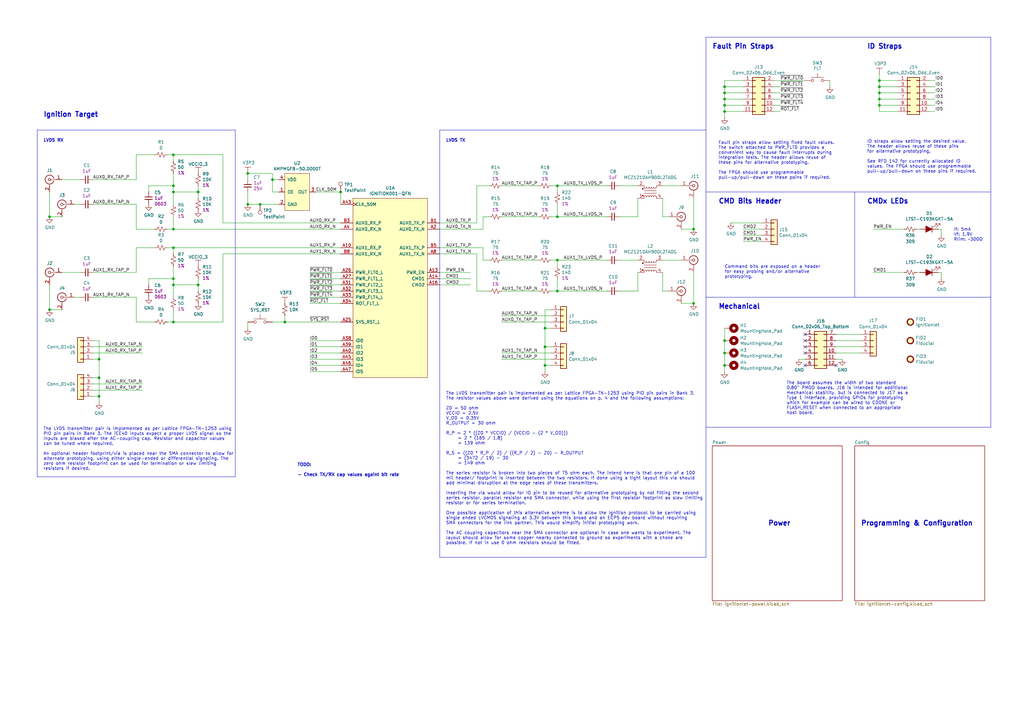
<source format=kicad_sch>
(kicad_sch (version 20230121) (generator eeschema)
  (paper "A3")
  (title_block (title "Ignition Target") (date "2021-07-21") (rev "2") (company "Oxide Computer Co."))
  (junction (at 71.12 78.74))
  (junction (at 71.12 132.08))
  (junction (at 228.6 119.38))
  (junction (at 111.76 73.66))
  (junction (at 71.12 114.3))
  (junction (at 297.18 35.56))
  (junction (at 360.68 38.1))
  (junction (at 40.64 162.56))
  (junction (at 297.18 139.7))
  (junction (at 81.28 116.84))
  (junction (at 223.52 134.62))
  (junction (at 223.52 149.86))
  (junction (at 297.18 38.1))
  (junction (at 71.12 76.2))
  (junction (at 360.68 43.18))
  (junction (at 360.68 35.56))
  (junction (at 297.18 149.86))
  (junction (at 297.18 43.18))
  (junction (at 71.12 63.5))
  (junction (at 71.12 93.98))
  (junction (at 228.6 76.2))
  (junction (at 71.12 116.84))
  (junction (at 106.68 83.82))
  (junction (at 360.68 40.64))
  (junction (at 223.52 142.24))
  (junction (at 360.68 33.02))
  (junction (at 297.18 144.78))
  (junction (at 139.7 78.74))
  (junction (at 20.32 127))
  (junction (at 284.48 124.46))
  (junction (at 81.28 78.74))
  (junction (at 40.64 147.32))
  (junction (at 101.6 83.82))
  (junction (at 20.32 88.9))
  (junction (at 228.6 88.9))
  (junction (at 284.48 93.98))
  (junction (at 40.64 154.94))
  (junction (at 228.6 106.68))
  (junction (at 297.18 40.64))
  (junction (at 297.18 45.72))
  (junction (at 101.6 71.12))
  (junction (at 116.84 132.08))
  (junction (at 71.12 101.6))
  (no_connect (at 330.2 137.16))
  (no_connect (at 330.2 142.24))
  (no_connect (at 330.2 149.86))
  (no_connect (at 342.9 149.86))
  (no_connect (at 330.2 144.78))
  (no_connect (at 330.2 139.7))
  (polyline (pts (xy 180.34 228.6) (xy 289.56 228.6)))
  (wire (pts (xy 205.74 106.68) (xy 220.98 106.68)))
  (wire (pts (xy 386.08 111.76) (xy 386.08 114.3)))
  (wire (pts (xy 81.28 76.2) (xy 81.28 78.74)))
  (wire (pts (xy 180.34 114.3) (xy 193.04 114.3)))
  (wire (pts (xy 297.18 139.7) (xy 297.18 144.78)))
  (wire (pts (xy 381 35.56) (xy 383.54 35.56)))
  (wire (pts (xy 353.06 139.7) (xy 342.9 139.7)))
  (wire (pts (xy 55.88 93.98) (xy 63.5 93.98)))
  (wire (pts (xy 223.52 127) (xy 226.06 127)))
  (wire (pts (xy 205.74 132.08) (xy 226.06 132.08)))
  (polyline (pts (xy 289.56 121.92) (xy 406.4 121.92)))
  (wire (pts (xy 180.34 93.98) (xy 198.12 93.98)))
  (wire (pts (xy 261.62 119.38) (xy 261.62 111.76)))
  (polyline (pts (xy 96.52 195.58) (xy 15.24 195.58)))
  (wire (pts (xy 375.92 111.76) (xy 377.19 111.76)))
  (wire (pts (xy 317.5 40.64) (xy 320.04 40.64)))
  (wire (pts (xy 271.78 111.76) (xy 271.78 119.38)))
  (wire (pts (xy 297.18 40.64) (xy 297.18 43.18)))
  (wire (pts (xy 317.5 35.56) (xy 320.04 35.56)))
  (wire (pts (xy 55.88 63.5) (xy 63.5 63.5)))
  (wire (pts (xy 195.58 76.2) (xy 195.58 91.44)))
  (wire (pts (xy 205.74 147.32) (xy 226.06 147.32)))
  (wire (pts (xy 228.6 88.9) (xy 248.92 88.9)))
  (wire (pts (xy 25.4 88.9) (xy 20.32 88.9)))
  (wire (pts (xy 271.78 119.38) (xy 274.32 119.38)))
  (wire (pts (xy 38.1 157.48) (xy 58.42 157.48)))
  (wire (pts (xy 106.68 83.82) (xy 114.3 83.82)))
  (wire (pts (xy 254 76.2) (xy 261.62 76.2)))
  (wire (pts (xy 71.12 63.5) (xy 71.12 66.04)))
  (wire (pts (xy 195.58 104.14) (xy 195.58 119.38)))
  (wire (pts (xy 81.28 116.84) (xy 81.28 119.38)))
  (wire (pts (xy 205.74 76.2) (xy 220.98 76.2)))
  (wire (pts (xy 228.6 106.68) (xy 248.92 106.68)))
  (wire (pts (xy 342.9 137.16) (xy 353.06 137.16)))
  (wire (pts (xy 127 114.3) (xy 139.7 114.3)))
  (wire (pts (xy 360.68 45.72) (xy 368.3 45.72)))
  (wire (pts (xy 358.14 111.76) (xy 370.84 111.76)))
  (wire (pts (xy 360.68 40.64) (xy 360.68 43.18)))
  (wire (pts (xy 358.14 93.98) (xy 370.84 93.98)))
  (wire (pts (xy 71.12 132.08) (xy 91.44 132.08)))
  (polyline (pts (xy 289.56 15.24) (xy 406.4 15.24)))
  (wire (pts (xy 360.68 35.56) (xy 360.68 38.1)))
  (wire (pts (xy 353.06 144.78) (xy 342.9 144.78)))
  (wire (pts (xy 71.12 116.84) (xy 81.28 116.84)))
  (wire (pts (xy 91.44 132.08) (xy 91.44 104.14)))
  (wire (pts (xy 127 149.86) (xy 139.7 149.86)))
  (wire (pts (xy 304.8 93.98) (xy 312.42 93.98)))
  (wire (pts (xy 38.1 144.78) (xy 58.42 144.78)))
  (wire (pts (xy 116.84 129.54) (xy 116.84 132.08)))
  (wire (pts (xy 360.68 40.64) (xy 368.3 40.64)))
  (wire (pts (xy 71.12 101.6) (xy 139.7 101.6)))
  (wire (pts (xy 68.58 63.5) (xy 71.12 63.5)))
  (wire (pts (xy 228.6 119.38) (xy 248.92 119.38)))
  (wire (pts (xy 71.12 116.84) (xy 71.12 121.92)))
  (wire (pts (xy 386.08 93.98) (xy 386.08 96.52)))
  (wire (pts (xy 198.12 88.9) (xy 200.66 88.9)))
  (wire (pts (xy 223.52 134.62) (xy 223.52 142.24)))
  (wire (pts (xy 279.4 124.46) (xy 284.48 124.46)))
  (wire (pts (xy 55.88 121.92) (xy 55.88 132.08)))
  (wire (pts (xy 71.12 132.08) (xy 68.58 132.08)))
  (wire (pts (xy 254 88.9) (xy 261.62 88.9)))
  (wire (pts (xy 25.4 73.66) (xy 33.02 73.66)))
  (wire (pts (xy 116.84 132.08) (xy 139.7 132.08)))
  (wire (pts (xy 299.72 91.44) (xy 312.42 91.44)))
  (wire (pts (xy 127 139.7) (xy 139.7 139.7)))
  (polyline (pts (xy 406.4 15.24) (xy 406.4 175.26)))
  (wire (pts (xy 340.36 33.02) (xy 340.36 35.56)))
  (wire (pts (xy 55.88 83.82) (xy 55.88 93.98)))
  (wire (pts (xy 205.74 129.54) (xy 226.06 129.54)))
  (wire (pts (xy 81.28 114.3) (xy 81.28 116.84)))
  (wire (pts (xy 205.74 88.9) (xy 220.98 88.9)))
  (wire (pts (xy 195.58 76.2) (xy 200.66 76.2)))
  (wire (pts (xy 101.6 78.74) (xy 101.6 83.82)))
  (wire (pts (xy 71.12 114.3) (xy 71.12 116.84)))
  (wire (pts (xy 101.6 71.12) (xy 111.76 71.12)))
  (wire (pts (xy 68.58 101.6) (xy 71.12 101.6)))
  (wire (pts (xy 304.8 96.52) (xy 312.42 96.52)))
  (polyline (pts (xy 289.56 15.24) (xy 289.56 228.6)))
  (wire (pts (xy 317.5 43.18) (xy 320.04 43.18)))
  (wire (pts (xy 71.12 101.6) (xy 71.12 104.14)))
  (wire (pts (xy 20.32 78.74) (xy 20.32 88.9)))
  (wire (pts (xy 228.6 76.2) (xy 248.92 76.2)))
  (wire (pts (xy 38.1 142.24) (xy 58.42 142.24)))
  (wire (pts (xy 360.68 30.48) (xy 360.68 33.02)))
  (wire (pts (xy 40.64 139.7) (xy 40.64 147.32)))
  (wire (pts (xy 271.78 106.68) (xy 279.4 106.68)))
  (wire (pts (xy 127 116.84) (xy 139.7 116.84)))
  (wire (pts (xy 129.54 78.74) (xy 139.7 78.74)))
  (wire (pts (xy 297.18 45.72) (xy 297.18 48.26)))
  (wire (pts (xy 254 106.68) (xy 261.62 106.68)))
  (wire (pts (xy 180.34 101.6) (xy 198.12 101.6)))
  (wire (pts (xy 342.9 147.32) (xy 345.44 147.32)))
  (wire (pts (xy 261.62 88.9) (xy 261.62 81.28)))
  (wire (pts (xy 198.12 106.68) (xy 200.66 106.68)))
  (wire (pts (xy 127 152.4) (xy 139.7 152.4)))
  (wire (pts (xy 271.78 76.2) (xy 279.4 76.2)))
  (wire (pts (xy 38.1 139.7) (xy 40.64 139.7)))
  (wire (pts (xy 226.06 134.62) (xy 223.52 134.62)))
  (wire (pts (xy 360.68 33.02) (xy 368.3 33.02)))
  (wire (pts (xy 360.68 38.1) (xy 360.68 40.64)))
  (wire (pts (xy 38.1 147.32) (xy 40.64 147.32)))
  (wire (pts (xy 20.32 127) (xy 25.4 127)))
  (wire (pts (xy 360.68 43.18) (xy 368.3 43.18)))
  (wire (pts (xy 71.12 76.2) (xy 71.12 78.74)))
  (wire (pts (xy 228.6 88.9) (xy 228.6 83.82)))
  (wire (pts (xy 223.52 142.24) (xy 223.52 149.86)))
  (wire (pts (xy 297.18 35.56) (xy 297.18 38.1)))
  (wire (pts (xy 304.8 99.06) (xy 312.42 99.06)))
  (wire (pts (xy 284.48 111.76) (xy 284.48 124.46)))
  (wire (pts (xy 139.7 78.74) (xy 139.7 83.82)))
  (wire (pts (xy 114.3 78.74) (xy 111.76 78.74)))
  (polyline (pts (xy 180.34 53.34) (xy 180.34 228.6)))
  (wire (pts (xy 226.06 76.2) (xy 228.6 76.2)))
  (polyline (pts (xy 180.34 53.34) (xy 289.56 53.34)))
  (wire (pts (xy 180.34 91.44) (xy 195.58 91.44)))
  (wire (pts (xy 71.12 88.9) (xy 71.12 93.98)))
  (wire (pts (xy 38.1 162.56) (xy 40.64 162.56)))
  (wire (pts (xy 71.12 93.98) (xy 139.7 93.98)))
  (wire (pts (xy 127 144.78) (xy 139.7 144.78)))
  (wire (pts (xy 127 121.92) (xy 139.7 121.92)))
  (wire (pts (xy 101.6 132.08) (xy 101.6 134.62)))
  (wire (pts (xy 226.06 149.86) (xy 223.52 149.86)))
  (wire (pts (xy 284.48 81.28) (xy 284.48 93.98)))
  (wire (pts (xy 101.6 71.12) (xy 101.6 73.66)))
  (wire (pts (xy 91.44 63.5) (xy 91.44 91.44)))
  (wire (pts (xy 304.8 35.56) (xy 297.18 35.56)))
  (wire (pts (xy 381 45.72) (xy 383.54 45.72)))
  (wire (pts (xy 228.6 114.3) (xy 228.6 119.38)))
  (wire (pts (xy 226.06 106.68) (xy 228.6 106.68)))
  (wire (pts (xy 114.3 73.66) (xy 111.76 73.66)))
  (polyline (pts (xy 289.56 175.26) (xy 406.4 175.26)))
  (wire (pts (xy 71.12 78.74) (xy 71.12 83.82)))
  (wire (pts (xy 71.12 109.22) (xy 71.12 114.3)))
  (wire (pts (xy 38.1 73.66) (xy 55.88 73.66)))
  (polyline (pts (xy 96.52 53.34) (xy 96.52 195.58)))
  (wire (pts (xy 384.81 111.76) (xy 386.08 111.76)))
  (wire (pts (xy 317.5 33.02) (xy 330.2 33.02)))
  (wire (pts (xy 381 38.1) (xy 383.54 38.1)))
  (wire (pts (xy 360.68 38.1) (xy 368.3 38.1)))
  (wire (pts (xy 60.96 76.2) (xy 71.12 76.2)))
  (wire (pts (xy 71.12 127) (xy 71.12 132.08)))
  (wire (pts (xy 20.32 116.84) (xy 20.32 127)))
  (wire (pts (xy 381 33.02) (xy 383.54 33.02)))
  (wire (pts (xy 360.68 43.18) (xy 360.68 45.72)))
  (wire (pts (xy 223.52 127) (xy 223.52 134.62)))
  (wire (pts (xy 317.5 38.1) (xy 320.04 38.1)))
  (wire (pts (xy 55.88 101.6) (xy 63.5 101.6)))
  (wire (pts (xy 180.34 104.14) (xy 195.58 104.14)))
  (polyline (pts (xy 350.52 78.74) (xy 350.52 121.92)))
  (wire (pts (xy 71.12 63.5) (xy 91.44 63.5)))
  (wire (pts (xy 38.1 121.92) (xy 55.88 121.92)))
  (wire (pts (xy 297.18 43.18) (xy 297.18 45.72)))
  (wire (pts (xy 228.6 76.2) (xy 228.6 78.74)))
  (wire (pts (xy 101.6 83.82) (xy 106.68 83.82)))
  (wire (pts (xy 254 119.38) (xy 261.62 119.38)))
  (wire (pts (xy 38.1 154.94) (xy 40.64 154.94)))
  (wire (pts (xy 111.76 78.74) (xy 111.76 73.66)))
  (wire (pts (xy 304.8 38.1) (xy 297.18 38.1)))
  (wire (pts (xy 297.18 144.78) (xy 297.18 149.86)))
  (wire (pts (xy 63.5 132.08) (xy 55.88 132.08)))
  (wire (pts (xy 81.28 78.74) (xy 81.28 81.28)))
  (wire (pts (xy 127 142.24) (xy 139.7 142.24)))
  (wire (pts (xy 297.18 33.02) (xy 297.18 35.56)))
  (wire (pts (xy 127 111.76) (xy 139.7 111.76)))
  (wire (pts (xy 40.64 147.32) (xy 40.64 154.94)))
  (wire (pts (xy 228.6 106.68) (xy 228.6 109.22)))
  (wire (pts (xy 127 124.46) (xy 139.7 124.46)))
  (wire (pts (xy 195.58 119.38) (xy 200.66 119.38)))
  (wire (pts (xy 205.74 144.78) (xy 226.06 144.78)))
  (wire (pts (xy 30.48 121.92) (xy 33.02 121.92)))
  (wire (pts (xy 111.76 73.66) (xy 111.76 71.12)))
  (wire (pts (xy 226.06 142.24) (xy 223.52 142.24)))
  (wire (pts (xy 91.44 91.44) (xy 139.7 91.44)))
  (wire (pts (xy 38.1 83.82) (xy 55.88 83.82)))
  (wire (pts (xy 68.58 93.98) (xy 71.12 93.98)))
  (wire (pts (xy 342.9 142.24) (xy 353.06 142.24)))
  (wire (pts (xy 180.34 116.84) (xy 193.04 116.84)))
  (wire (pts (xy 127 147.32) (xy 139.7 147.32)))
  (wire (pts (xy 55.88 101.6) (xy 55.88 111.76)))
  (wire (pts (xy 226.06 88.9) (xy 228.6 88.9)))
  (wire (pts (xy 327.66 147.32) (xy 330.2 147.32)))
  (wire (pts (xy 271.78 88.9) (xy 274.32 88.9)))
  (wire (pts (xy 40.64 154.94) (xy 40.64 162.56)))
  (wire (pts (xy 317.5 45.72) (xy 320.04 45.72)))
  (wire (pts (xy 205.74 119.38) (xy 220.98 119.38)))
  (wire (pts (xy 304.8 43.18) (xy 297.18 43.18)))
  (wire (pts (xy 198.12 101.6) (xy 198.12 106.68)))
  (wire (pts (xy 304.8 40.64) (xy 297.18 40.64)))
  (wire (pts (xy 360.68 33.02) (xy 360.68 35.56)))
  (wire (pts (xy 198.12 88.9) (xy 198.12 93.98)))
  (wire (pts (xy 40.64 162.56) (xy 40.64 165.1)))
  (wire (pts (xy 223.52 149.86) (xy 223.52 152.4)))
  (wire (pts (xy 360.68 35.56) (xy 368.3 35.56)))
  (wire (pts (xy 304.8 33.02) (xy 297.18 33.02)))
  (wire (pts (xy 60.96 116.84) (xy 60.96 114.3)))
  (wire (pts (xy 25.4 111.76) (xy 33.02 111.76)))
  (wire (pts (xy 111.76 132.08) (xy 116.84 132.08)))
  (wire (pts (xy 304.8 45.72) (xy 297.18 45.72)))
  (wire (pts (xy 297.18 149.86) (xy 297.18 152.4)))
  (wire (pts (xy 297.18 134.62) (xy 297.18 139.7)))
  (wire (pts (xy 71.12 78.74) (xy 81.28 78.74)))
  (wire (pts (xy 127 119.38) (xy 139.7 119.38)))
  (polyline (pts (xy 15.24 53.34) (xy 15.24 195.58)))
  (wire (pts (xy 71.12 71.12) (xy 71.12 76.2)))
  (wire (pts (xy 271.78 81.28) (xy 271.78 88.9)))
  (wire (pts (xy 381 40.64) (xy 383.54 40.64)))
  (wire (pts (xy 381 43.18) (xy 383.54 43.18)))
  (wire (pts (xy 60.96 78.74) (xy 60.96 76.2)))
  (wire (pts (xy 226.06 119.38) (xy 228.6 119.38)))
  (wire (pts (xy 30.48 83.82) (xy 33.02 83.82)))
  (wire (pts (xy 91.44 104.14) (xy 139.7 104.14)))
  (wire (pts (xy 55.88 73.66) (xy 55.88 63.5)))
  (wire (pts (xy 384.81 93.98) (xy 386.08 93.98)))
  (polyline (pts (xy 15.24 53.34) (xy 96.52 53.34)))
  (wire (pts (xy 38.1 160.02) (xy 58.42 160.02)))
  (wire (pts (xy 180.34 111.76) (xy 193.04 111.76)))
  (polyline (pts (xy 406.4 78.74) (xy 289.56 78.74)))
  (wire (pts (xy 279.4 93.98) (xy 284.48 93.98)))
  (wire (pts (xy 38.1 111.76) (xy 55.88 111.76)))
  (wire (pts (xy 60.96 114.3) (xy 71.12 114.3)))
  (wire (pts (xy 297.18 38.1) (xy 297.18 40.64)))
  (wire (pts (xy 375.92 93.98) (xy 377.19 93.98)))
  (text "CMDx LEDs" (at 355.6 83.82 0) (effects (font (size 2.0066 2.0066) (thickness 0.4013) bold) (justify left bottom)))
  (text "The board assumes the width of two standard\n0.80” PMOD boards. J16 is intended for additional\nmechanical stability, but is connected to J17 as a\nType 1 interface, providing GPIOs for prototyping\nwhich for example can be wired to CDONE or\nFLASH_RESET when connected to an appropriate\nhost board." (at 322.58 170.18 0) (effects (font (size 1.27 1.27)) (justify left bottom)))
  (text "LVDS TX" (at 182.88 58.42 0) (effects (font (size 1.27 1.27) (thickness 0.254) bold) (justify left bottom)))
  (text "Ignition Target" (at 17.78 48.26 0) (effects (font (size 2.0066 2.0066) (thickness 0.4013) bold) (justify left bottom)))
  (text "Mechanical" (at 294.64 127 0) (effects (font (size 2.0066 2.0066) (thickness 0.4013) bold) (justify left bottom)))
  (text "Fault Pin Straps" (at 292.1 20.32 0) (effects (font (size 2.0066 2.0066) (thickness 0.4013) bold) (justify left bottom)))
  (text "Command bits are exposed on a header\nfor easy probing and/or alternative\nprototyping." (at 297.18 114.3 0) (effects (font (size 1.27 1.27)) (justify left bottom)))
  (text "The LVDS transmitter pair is implemented as per Lattice FPGA-TN-1253 using PIO pin pairs in Bank 3.\nThe resistor values above were derived using the equations on p. 4 and the following assumptions:\n\nZ0 = 50 ohm\nVCCIO = 2.5V\nV_OD = 0.35V\nR_OUTPUT = 30 ohm\n\nR_P = 2 * ((Z0 * VCCIO) / (VCCIO - (2 * V_OD)))\n     = 2 * (165 / 1.8)\n     = 139 ohm\n\nR_S = ((Z0 * R_P / 2) / ((R_P / 2) - Z0) - R_OUTPUT\n     = (3472 / 19) - 30\n     = 149 ohm\n\nThe series resistor is broken into two pieces of 75 ohm each. The intend here is that one pin of a 100\nmil header/ footprint is inserted between the two resistors. If done using a tight layout this via should\nadd minimal disruption at the edge rates of these transmitters.\n\nInserting the via would allow for IO pin to be reused for alternative prototyping by not fitting the second\nseries resistor, parallel resistor and SMA connector, while using the first resistor footprint as slew limiting\nresistor or for series termination.\n\nOne possible application of this alternative scheme is to allow the Ignition protocol to be carried using\nsingle ended LVCMOS signaling at 3.3V between this broad and an ECP5 dev board without requiring\nSMA connectors for the link partner. This would simplify initial prototyping work.\n\nThe AC couping capacitors near the SMA connector are optional in case one wants to experiment. The\nlayout should allow for some copper nearby connected to ground so experiments with a choke are\npossible. If not in use 0 ohm resistors should be fitted." (at 182.88 223.52 0) (effects (font (size 1.27 1.27)) (justify left bottom)))
  (text "LVDS RX" (at 17.78 58.42 0) (effects (font (size 1.27 1.27) (thickness 0.254) bold) (justify left bottom)))
  (text "ID Straps" (at 355.6 20.32 0) (effects (font (size 2.0066 2.0066) (thickness 0.4013) bold) (justify left bottom)))
  (text "CMD Bits Header" (at 294.64 83.82 0) (effects (font (size 2.0066 2.0066) (thickness 0.4013) bold) (justify left bottom)))
  (text "Fault pin straps allow setting fixed fault values.\nThe switch attached to PWR_FLT0 provides a\nconvenient way to cause fault interrupts during\nintegration tests. The header allows reuse of\nthese pins for alternative prototyping.\n\nThe FPGA should use programmable\npull-up/pull-down on these poins if required." (at 294.64 73.66 0) (effects (font (size 1.27 1.27)) (justify left bottom)))
  (text "Programming & Configuration" (at 353.06 215.9 0) (effects (font (size 2.0066 2.0066) (thickness 0.4013) bold) (justify left bottom)))
  (text "The LVDS transmitter pair is implemented as per Lattice FPGA-TN-1253 using\nPIO pin pairs in Bank 3. The iCE40 inputs expect a proper LVDS signal so the\ninputs are biased after the AC-coupling cap. Resistor and capacitor values\ncan be tuned where required.\n\nAn optional header footprint/via is placed near the SMA connector to allow for\nalternate prototyping, using either single-ended or differential signaling. The\nzero ohm resistor footprint can be used for termination or slew limiting\nresistors if desired." (at 17.78 193.04 0) (effects (font (size 1.27 1.27)) (justify left bottom)))
  (text "ID straps allow setting the desired value.\nThe header allows reuse of these pins\nfor alternative prototyping.\n\nSee RFD 142 for currently allocated ID\nvalues. The FPGA should use programmable\npull-up/pull-down on these pins if required." (at 355.6 71.12 0) (effects (font (size 1.27 1.27)) (justify left bottom)))
  (text "If: 5mA\nVf: 1.9V\nRlim: ~300Ω" (at 391.16 99.06 0) (effects (font (size 1.27 1.27)) (justify left bottom)))
  (text "Power" (at 314.96 215.9 0) (effects (font (size 2.0066 2.0066) (thickness 0.4013) bold) (justify left bottom)))
  (text "TODO:\n\n- Check TX/RX cap values againt bit rate" (at 121.92 195.58 0) (effects (font (size 1.27 1.27) (thickness 0.254) bold) (justify left bottom)))
  (label "AUX1_RX_P" (at 127 101.6 0))
  (label "~{PWR_FLT1}" (at 127 114.3 0))
  (label "AUX1_TX_P" (at 182.88 101.6 0))
  (label "ID0" (at 383.54 33.02 0))
  (label "CMD1" (at 304.8 96.52 0))
  (label "ID5" (at 127 152.4 0))
  (label "~{PWR_FLT0}" (at 127 111.76 0))
  (label "ID1" (at 383.54 35.56 0))
  (label "~{SYS_RST}" (at 127 132.08 0))
  (label "ID2" (at 383.54 38.1 0))
  (label "CMD2" (at 304.8 93.98 0))
  (label "~{PWR_FLT4}" (at 320.04 43.18 0))
  (label "ID3" (at 127 147.32 0))
  (label "ID4" (at 127 149.86 0))
  (label "CMD2" (at 182.88 116.84 0))
  (label "AUX0_RX_TAP_N" (at 43.18 142.24 0))
  (label "ID1" (at 127 142.24 0))
  (label "~{PWR_FLT2}" (at 320.04 38.1 0))
  (label "AUX1_TX_LVDS_P" (at 231.14 106.68 0))
  (label "AUX1_TX_LVDS_N" (at 231.14 119.38 0))
  (label "CMD1" (at 182.88 114.3 0))
  (label "AUX0_TX_TAP_P" (at 205.74 76.2 0))
  (label "~{PWR_FLT1}" (at 320.04 35.56 0))
  (label "CMD1" (at 358.14 111.76 0))
  (label "AUX0_RX_TAP_N" (at 38.1 83.82 0))
  (label "AUX0_TX_P" (at 182.88 91.44 0))
  (label "AUX1_RX_TAP_P" (at 38.1 111.76 0))
  (label "AUX0_RX_N" (at 127 93.98 0))
  (label "AUX0_TX_TAP_N" (at 205.74 129.54 0))
  (label "ID5" (at 383.54 45.72 0))
  (label "AUX1_TX_N" (at 182.88 104.14 0))
  (label "ID2" (at 127 144.78 0))
  (label "ID3" (at 383.54 40.64 0))
  (label "~{PWR_FLT2}" (at 127 116.84 0))
  (label "~{PWR_FLT4}" (at 127 121.92 0))
  (label "AUX1_RX_N" (at 127 104.14 0))
  (label "AUX1_RX_TAP_N" (at 38.1 121.92 0))
  (label "PWR_EN" (at 304.8 99.06 0))
  (label "AUX0_TX_LVDS_P" (at 231.14 76.2 0))
  (label "AUX0_RX_P" (at 127 91.44 0))
  (label "ID4" (at 383.54 43.18 0))
  (label "PWR_EN" (at 182.88 111.76 0))
  (label "AUX0_TX_TAP_N" (at 205.74 88.9 0))
  (label "AUX0_TX_LVDS_N" (at 231.14 88.9 0))
  (label "AUX0_RX_TAP_P" (at 38.1 73.66 0))
  (label "~{ROT_FLT}" (at 127 124.46 0))
  (label "~{PWR_FLT0}" (at 320.04 33.02 0))
  (label "AUX1_RX_TAP_N" (at 43.18 157.48 0))
  (label "~{PWR_FLT3}" (at 127 119.38 0))
  (label "AUX1_TX_TAP_P" (at 205.74 106.68 0))
  (label "~{PWR_FLT3}" (at 320.04 40.64 0))
  (label "CLK_50M" (at 129.54 78.74 0))
  (label "PWR_EN" (at 358.14 93.98 0))
  (label "AUX0_TX_N" (at 182.88 93.98 0))
  (label "AUX0_TX_TAP_P" (at 205.74 132.08 0))
  (label "AUX1_RX_TAP_P" (at 43.18 160.02 0))
  (label "AUX0_RX_TAP_P" (at 43.18 144.78 0))
  (label "AUX1_TX_TAP_N" (at 205.74 144.78 0))
  (label "AUX1_TX_TAP_N" (at 205.74 119.38 0))
  (label "AUX1_TX_TAP_P" (at 205.74 147.32 0))
  (label "ID0" (at 127 139.7 0))
  (label "~{ROT_FLT}" (at 320.04 45.72 0))
  (symbol (lib_id "Ignition:IGNITION001-QFN") (at 160.02 119.38 0) (unit 1)
    (property "Reference" "U1" (at 160.02 77.089 0))
    (property "Value" "IGNITION001-QFN" (at 160.02 79.4004 0))
    (property "Footprint" "lattice-drqfn84:Lattice_DRQFN-84-1EP_7x7mm_P0.50mm_EP3.5x3.5mm_ThermalVias" (effects hide))
    (property "Datasheet" "https://rfd.shared.oxide.computer/rfd/0142" (effects hide))
  )
  (symbol (lib_id "ignitionlet-rescue:Conn_Coaxial-Connector") (at 279.4 88.9 0) (unit 1)
    (property "Reference" "J9" (at 279.4 85.09 0))
    (property "Value" "Conn_Coaxial" (effects hide))
    (property "Footprint" "Connector_Coaxial:SMA_Amphenol_132134-16_Vertical" (effects hide))
    (property "Datasheet" " ~" (effects hide))
  )
  (symbol (lib_id "ignitionlet-rescue:Conn_Coaxial-Connector") (at 284.48 76.2 0) (unit 1)
    (property "Reference" "J11" (at 283.21 72.39 0) (effects (justify left)))
    (property "Value" "Conn_Coaxial" (effects hide))
    (property "Footprint" "Connector_Coaxial:SMA_Amphenol_132134-16_Vertical" (effects hide))
    (property "Datasheet" " ~" (effects hide))
  )
  (symbol (lib_id "ignitionlet-rescue:Conn_Coaxial-Connector") (at 279.4 119.38 0) (unit 1)
    (property "Reference" "J12" (at 279.4 115.57 0))
    (property "Value" "Conn_Coaxial" (effects hide))
    (property "Footprint" "Connector_Coaxial:SMA_Amphenol_132134-16_Vertical" (effects hide))
    (property "Datasheet" " ~" (effects hide))
  )
  (symbol (lib_id "ignitionlet-rescue:Conn_Coaxial-Connector") (at 284.48 106.68 0) (unit 1)
    (property "Reference" "J10" (at 283.21 102.87 0) (effects (justify left)))
    (property "Value" "Conn_Coaxial" (effects hide))
    (property "Footprint" "Connector_Coaxial:SMA_Amphenol_132134-16_Vertical" (effects hide))
    (property "Datasheet" " ~" (effects hide))
  )
  (symbol (lib_id "ignitionlet-rescue:GND-power") (at 284.48 124.46 0) (unit 1)
    (property "Reference" "#PWR0109" (effects hide))
    (property "Value" "GND" (at 284.607 128.8542 0))
  )
  (symbol (lib_id "ignitionlet-rescue:Conn_Coaxial-Connector") (at 20.32 73.66 0) (mirror y) (unit 1)
    (property "Reference" "J1" (at 21.59 69.85 0) (effects (justify left)))
    (property "Value" "Conn_Coaxial" (effects hide))
    (property "Footprint" "Connector_Coaxial:SMA_Amphenol_132134-16_Vertical" (effects hide))
    (property "Datasheet" " ~" (effects hide))
  )
  (symbol (lib_id "ignitionlet-rescue:Conn_Coaxial-Connector") (at 25.4 83.82 0) (mirror y) (unit 1)
    (property "Reference" "J3" (at 26.67 80.01 0) (effects (justify left)))
    (property "Value" "Conn_Coaxial" (effects hide))
    (property "Footprint" "Connector_Coaxial:SMA_Amphenol_132134-16_Vertical" (effects hide))
    (property "Datasheet" " ~" (effects hide))
  )
  (symbol (lib_id "ignitionlet-rescue:Conn_Coaxial-Connector") (at 25.4 121.92 0) (mirror y) (unit 1)
    (property "Reference" "J4" (at 26.67 118.11 0) (effects (justify left)))
    (property "Value" "Conn_Coaxial" (effects hide))
    (property "Footprint" "Connector_Coaxial:SMA_Amphenol_132134-16_Vertical" (effects hide))
    (property "Datasheet" " ~" (effects hide))
  )
  (symbol (lib_id "ignitionlet-rescue:Conn_Coaxial-Connector") (at 20.32 111.76 0) (mirror y) (unit 1)
    (property "Reference" "J2" (at 21.59 107.95 0) (effects (justify left)))
    (property "Value" "Conn_Coaxial" (effects hide))
    (property "Footprint" "Connector_Coaxial:SMA_Amphenol_132134-16_Vertical" (effects hide))
    (property "Datasheet" " ~" (effects hide))
  )
  (symbol (lib_id "ignitionlet-rescue:GND-power") (at 20.32 127 0) (unit 1)
    (property "Reference" "#PWR0108" (effects hide))
    (property "Value" "GND" (at 20.447 131.3942 0))
  )
  (symbol (lib_id "ignitionlet-rescue:Conn_02x06_Odd_Even-Connector_Generic") (at 373.38 38.1 0) (unit 1)
    (property "Reference" "J14" (at 374.65 27.5082 0))
    (property "Value" "Conn_02x06_Odd_Even" (at 374.65 29.8196 0))
    (property "Footprint" "Connector_PinHeader_2.54mm:PinHeader_2x06_P2.54mm_Vertical" (effects hide))
  )
  (symbol (lib_id "ignitionlet-rescue:Conn_01x04-Connector_Generic") (at 358.14 139.7 0) (unit 1)
    (property "Reference" "J17" (at 358.14 131.445 0))
    (property "Value" "Conn_01x04" (at 358.14 133.985 0))
    (property "Footprint" "Connector_PinHeader_2.54mm:PinHeader_1x04_P2.54mm_Vertical" (effects hide))
  )
  (symbol (lib_id "ignitionlet-rescue:GND-power") (at 20.32 88.9 0) (unit 1)
    (property "Reference" "#PWR01" (effects hide))
    (property "Value" "GND" (at 20.447 93.2942 0))
  )
  (symbol (lib_id "ignitionlet-rescue:GND-power") (at 284.48 93.98 0) (unit 1)
    (property "Reference" "#PWR03" (effects hide))
    (property "Value" "GND" (at 284.607 98.3742 0))
  )
  (symbol (lib_id "Ignition:V3P3") (at 360.68 30.48 0) (unit 1)
    (property "Reference" "#PWR0120" (effects hide))
    (property "Value" "V3P3" (at 361.061 26.0858 0))
  )
  (symbol (lib_id "ignitionlet-rescue:R_Small_US-Device") (at 203.2 76.2 270) (unit 1)
    (property "Reference" "R14" (at 203.2 68.707 90))
    (property "Value" "75" (at 203.2 71.0184 90))
    (property "Footprint" "Resistor_SMD:R_0603_1608Metric" (effects hide))
    (property "Tolerance" "1%" (at 203.2 73.3298 90))
  )
  (symbol (lib_id "ignitionlet-rescue:Conn_02x06_Odd_Even-Connector_Generic") (at 309.88 38.1 0) (unit 1)
    (property "Reference" "J13" (at 311.15 27.5082 0))
    (property "Value" "Conn_02x06_Odd_Even" (at 311.15 29.8196 0))
    (property "Footprint" "Connector_PinHeader_2.54mm:PinHeader_2x06_P2.54mm_Vertical" (effects hide))
  )
  (symbol (lib_id "ignitionlet-rescue:R_Small_US-Device") (at 203.2 88.9 270) (unit 1)
    (property "Reference" "R15" (at 203.2 81.407 90))
    (property "Value" "75" (at 203.2 83.7184 90))
    (property "Footprint" "Resistor_SMD:R_0603_1608Metric" (effects hide))
    (property "Tolerance" "1%" (at 203.2 86.0298 90))
  )
  (symbol (lib_id "ignitionlet-rescue:GND-power") (at 297.18 48.26 0) (unit 1)
    (property "Reference" "#PWR0102" (effects hide))
    (property "Value" "GND" (at 297.307 52.6542 0))
  )
  (symbol (lib_id "ignitionlet-rescue:R_Small_US-Device") (at 203.2 106.68 270) (unit 1)
    (property "Reference" "R17" (at 203.2 99.187 90))
    (property "Value" "75" (at 203.2 101.4984 90))
    (property "Footprint" "Resistor_SMD:R_0603_1608Metric" (effects hide))
    (property "Tolerance" "1%" (at 203.2 103.8098 90))
  )
  (symbol (lib_id "ignitionlet-rescue:R_Small_US-Device") (at 203.2 119.38 270) (unit 1)
    (property "Reference" "R16" (at 203.2 111.887 90))
    (property "Value" "75" (at 203.2 114.1984 90))
    (property "Footprint" "Resistor_SMD:R_0603_1608Metric" (effects hide))
    (property "Tolerance" "1%" (at 203.2 116.5098 90))
  )
  (symbol (lib_id "ignitionlet-rescue:Conn_01x04-Connector_Generic") (at 231.14 129.54 0) (unit 1)
    (property "Reference" "J7" (at 233.172 129.7432 0) (effects (justify left)))
    (property "Value" "Conn_01x04" (at 233.172 132.0546 0) (effects (justify left)))
    (property "Footprint" "Connector_PinHeader_2.54mm:PinHeader_1x04_P2.54mm_Vertical_SMD_Pin1Left" (effects hide))
  )
  (symbol (lib_id "ignitionlet-rescue:Conn_01x04-Connector_Generic") (at 231.14 144.78 0) (unit 1)
    (property "Reference" "J8" (at 233.172 144.9832 0) (effects (justify left)))
    (property "Value" "Conn_01x04" (at 233.172 147.2946 0) (effects (justify left)))
    (property "Footprint" "Connector_PinHeader_2.54mm:PinHeader_1x04_P2.54mm_Vertical_SMD_Pin1Left" (effects hide))
  )
  (symbol (lib_id "ignitionlet-rescue:GND-power") (at 223.52 152.4 0) (unit 1)
    (property "Reference" "#PWR0107" (effects hide))
    (property "Value" "GND" (at 223.647 156.7942 0))
  )
  (symbol (lib_id "ignitionlet-rescue:MountingHole_Pad-Mechanical") (at 299.72 134.62 270) (unit 1)
    (property "Reference" "H1" (at 303.53 133.4516 90) (effects (justify left)))
    (property "Value" "MountingHole_Pad" (at 303.53 135.763 90) (effects (justify left)))
    (property "Footprint" "MountingHole:MountingHole_3.2mm_M3_Pad_Via" (effects hide))
  )
  (symbol (lib_id "ignitionlet-rescue:MountingHole_Pad-Mechanical") (at 299.72 139.7 270) (unit 1)
    (property "Reference" "H2" (at 303.53 138.5316 90) (effects (justify left)))
    (property "Value" "MountingHole_Pad" (at 303.53 140.843 90) (effects (justify left)))
    (property "Footprint" "MountingHole:MountingHole_3.2mm_M3_Pad_Via" (effects hide))
  )
  (symbol (lib_id "Ignition:VCCIO_3") (at 81.28 71.12 0) (unit 1)
    (property "Reference" "#PWR0113" (effects hide))
    (property "Value" "VCCIO_3" (at 81.28 67.31 0))
  )
  (symbol (lib_id "Ignition:VCCIO_3") (at 81.28 109.22 0) (unit 1)
    (property "Reference" "#PWR0114" (effects hide))
    (property "Value" "VCCIO_3" (at 81.28 105.41 0))
  )
  (symbol (lib_id "ignitionlet-rescue:MountingHole_Pad-Mechanical") (at 299.72 144.78 270) (unit 1)
    (property "Reference" "H3" (at 303.53 143.6116 90) (effects (justify left)))
    (property "Value" "MountingHole_Pad" (at 303.53 145.923 90) (effects (justify left)))
    (property "Footprint" "MountingHole:MountingHole_3.2mm_M3_Pad_Via" (effects hide))
  )
  (symbol (lib_id "ignitionlet-rescue:MountingHole_Pad-Mechanical") (at 299.72 149.86 270) (unit 1)
    (property "Reference" "H4" (at 303.53 148.6916 90) (effects (justify left)))
    (property "Value" "MountingHole_Pad" (at 303.53 151.003 90) (effects (justify left)))
    (property "Footprint" "MountingHole:MountingHole_3.2mm_M3_Pad_Via" (effects hide))
  )
  (symbol (lib_id "ignitionlet-rescue:GND-power") (at 297.18 152.4 0) (unit 1)
    (property "Reference" "#PWR04" (effects hide))
    (property "Value" "GND" (at 297.307 156.7942 0))
  )
  (symbol (lib_id "ignitionlet-rescue:Fiducial-Mechanical") (at 373.38 132.08 0) (unit 1)
    (property "Reference" "FID1" (at 375.539 130.9116 0) (effects (justify left)))
    (property "Value" "Ignitionlet" (at 375.539 133.223 0) (effects (justify left)))
    (property "Footprint" "grumpy:Oxide_Board_Identifier_23x6mm_PCBWay" (effects hide))
  )
  (symbol (lib_id "ignitionlet-rescue:Fiducial-Mechanical") (at 373.38 139.7 0) (unit 1)
    (property "Reference" "FID2" (at 375.539 138.5316 0) (effects (justify left)))
    (property "Value" "Fiducial" (at 375.539 140.843 0) (effects (justify left)))
    (property "Footprint" "Fiducial:Fiducial_1mm_Mask2mm" (effects hide))
  )
  (symbol (lib_id "ignitionlet-rescue:Conn_02x06_Top_Bottom-Connector_Generic") (at 335.28 142.24 0) (unit 1)
    (property "Reference" "J16" (at 336.55 131.6482 0))
    (property "Value" "Conn_02x06_Top_Bottom" (at 336.55 133.9596 0))
    (property "Footprint" "pmod:PMOD_12pin_peripheral_horizontal" (effects hide))
  )
  (symbol (lib_id "ignitionlet-rescue:GND-power") (at 327.66 147.32 0) (unit 1)
    (property "Reference" "#PWR0162" (effects hide))
    (property "Value" "GND" (at 327.787 151.7142 0))
  )
  (symbol (lib_id "ignitionlet-rescue:GND-power") (at 345.44 147.32 0) (unit 1)
    (property "Reference" "#PWR0163" (effects hide))
    (property "Value" "GND" (at 345.567 151.7142 0))
  )
  (symbol (lib_id "ignitionlet-rescue:R_Small_US-Device") (at 116.84 127 0) (unit 1)
    (property "Reference" "R13" (at 118.5672 124.6886 0) (effects (justify left)))
    (property "Value" "10K" (at 118.5672 127 0) (effects (justify left)))
    (property "Footprint" "Resistor_SMD:R_0603_1608Metric" (effects hide))
    (property "Tolerance" "1%" (effects hide))
  )
  (symbol (lib_id "Ignition:V3P3") (at 116.84 124.46 0) (unit 1)
    (property "Reference" "#PWR0110" (effects hide))
    (property "Value" "V3P3" (at 117.221 120.0658 0))
  )
  (symbol (lib_id "ignitionlet-rescue:SW_Push-Switch") (at 106.68 132.08 0) (unit 1)
    (property "Reference" "SW2" (at 106.68 124.841 0))
    (property "Value" "SYS_RST" (at 106.68 127.1524 0))
    (property "Footprint" "c-and-k-pts851:PTS815" (effects hide))
  )
  (symbol (lib_id "ignitionlet-rescue:GND-power") (at 101.6 134.62 0) (unit 1)
    (property "Reference" "#PWR0119" (effects hide))
    (property "Value" "GND" (at 101.727 139.0142 0))
  )
  (symbol (lib_id "ignitionlet-rescue:SW_Push-Switch") (at 335.28 33.02 0) (unit 1)
    (property "Reference" "SW3" (at 335.28 25.781 0))
    (property "Value" "FLT" (at 335.28 28.0924 0))
    (property "Footprint" "c-and-k-pts851:PTS815" (effects hide))
  )
  (symbol (lib_id "ignitionlet-rescue:GND-power") (at 340.36 35.56 0) (unit 1)
    (property "Reference" "#PWR0104" (effects hide))
    (property "Value" "GND" (at 340.487 39.9542 0))
  )
  (symbol (lib_id "Ignition:GCM188R71E105KA64D") (at 35.56 83.82 90) (unit 1)
    (property "Reference" "C2" (at 35.56 78.0034 90))
    (property "Value" "GCM188R71E105KA64D" (effects hide))
    (property "Footprint" "Capacitor_SMD:C_0603_1608Metric" (effects hide))
    (property "Capacitance" "1uF" (at 35.56 80.3148 90))
    (property "VDC" "25V" (effects hide))
    (property "Coefficient" "X7R" (effects hide))
    (property "Package" "0603" (effects hide))
  )
  (symbol (lib_id "Ignition:GCM188R71E105KA64D") (at 35.56 73.66 90) (unit 1)
    (property "Reference" "C1" (at 35.56 67.8434 90))
    (property "Value" "GCM188R71E105KA64D" (effects hide))
    (property "Footprint" "Capacitor_SMD:C_0603_1608Metric" (effects hide))
    (property "Capacitance" "1uF" (at 35.56 70.1548 90))
    (property "VDC" "25V" (effects hide))
    (property "Coefficient" "X7R" (effects hide))
    (property "Package" "0603" (effects hide))
  )
  (symbol (lib_id "Ignition:GCM188R71E105KA64D") (at 60.96 81.28 0) (unit 1)
    (property "Reference" "C5" (at 63.2968 78.9686 0) (effects (justify left)))
    (property "Value" "GCM188R71E105KA64D" (effects hide))
    (property "Footprint" "Capacitor_SMD:C_0603_1608Metric" (effects hide))
    (property "Capacitance" "1uF" (at 63.2968 81.28 0) (effects (justify left)))
    (property "VDC" "25V" (effects hide))
    (property "Coefficient" "X7R" (effects hide))
    (property "Package" "0603" (at 63.2968 83.5914 0) (effects (justify left)))
  )
  (symbol (lib_id "ignitionlet-rescue:GND-power") (at 60.96 83.82 0) (unit 1)
    (property "Reference" "#PWR0118" (effects hide))
    (property "Value" "GND" (at 61.087 88.2142 0))
  )
  (symbol (lib_id "ignitionlet-rescue:R_Small_US-Device") (at 71.12 86.36 0) (unit 1)
    (property "Reference" "R6" (at 72.8472 84.0486 0) (effects (justify left)))
    (property "Value" "50" (at 72.8472 86.36 0) (effects (justify left)))
    (property "Footprint" "Resistor_SMD:R_0603_1608Metric" (effects hide))
    (property "Tolerance" "1%" (at 72.8472 88.6714 0) (effects (justify left)))
  )
  (symbol (lib_id "ignitionlet-rescue:R_Small_US-Device") (at 71.12 68.58 0) (unit 1)
    (property "Reference" "R5" (at 72.8472 66.2686 0) (effects (justify left)))
    (property "Value" "50" (at 72.8472 68.58 0) (effects (justify left)))
    (property "Footprint" "Resistor_SMD:R_0603_1608Metric" (effects hide))
    (property "Tolerance" "1%" (at 72.8472 70.8914 0) (effects (justify left)))
  )
  (symbol (lib_id "ignitionlet-rescue:R_Small_US-Device") (at 81.28 83.82 0) (unit 1)
    (property "Reference" "R10" (at 83.0072 81.5086 0) (effects (justify left)))
    (property "Value" "10K" (at 83.0072 83.82 0) (effects (justify left)))
    (property "Footprint" "Resistor_SMD:R_0603_1608Metric" (effects hide))
    (property "Tolerance" "1%" (at 83.0072 86.1314 0) (effects (justify left)))
  )
  (symbol (lib_id "ignitionlet-rescue:R_Small_US-Device") (at 81.28 73.66 0) (unit 1)
    (property "Reference" "R9" (at 83.0072 71.3486 0) (effects (justify left)))
    (property "Value" "10K" (at 83.0072 73.66 0) (effects (justify left)))
    (property "Footprint" "Resistor_SMD:R_0603_1608Metric" (effects hide))
    (property "Tolerance" "1%" (at 83.0072 75.9714 0) (effects (justify left)))
  )
  (symbol (lib_id "ignitionlet-rescue:GND-power") (at 81.28 86.36 0) (unit 1)
    (property "Reference" "#PWR0117" (effects hide))
    (property "Value" "GND" (at 81.407 90.7542 0))
  )
  (symbol (lib_id "Ignition:GCM188R71E105KA64D") (at 35.56 121.92 90) (unit 1)
    (property "Reference" "C4" (at 35.56 116.1034 90))
    (property "Value" "GCM188R71E105KA64D" (effects hide))
    (property "Footprint" "Capacitor_SMD:C_0603_1608Metric" (effects hide))
    (property "Capacitance" "1uF" (at 35.56 118.4148 90))
    (property "VDC" "25V" (effects hide))
    (property "Coefficient" "X7R" (effects hide))
    (property "Package" "0603" (effects hide))
  )
  (symbol (lib_id "Ignition:GCM188R71E105KA64D") (at 35.56 111.76 90) (unit 1)
    (property "Reference" "C3" (at 35.56 105.9434 90))
    (property "Value" "GCM188R71E105KA64D" (effects hide))
    (property "Footprint" "Capacitor_SMD:C_0603_1608Metric" (effects hide))
    (property "Capacitance" "1uF" (at 35.56 108.2548 90))
    (property "VDC" "25V" (effects hide))
    (property "Coefficient" "X7R" (effects hide))
    (property "Package" "0603" (effects hide))
  )
  (symbol (lib_id "Ignition:GCM188R71E105KA64D") (at 60.96 119.38 0) (unit 1)
    (property "Reference" "C6" (at 63.2968 117.0686 0) (effects (justify left)))
    (property "Value" "GCM188R71E105KA64D" (effects hide))
    (property "Footprint" "Capacitor_SMD:C_0603_1608Metric" (effects hide))
    (property "Capacitance" "1uF" (at 63.2968 119.38 0) (effects (justify left)))
    (property "VDC" "25V" (effects hide))
    (property "Coefficient" "X7R" (effects hide))
    (property "Package" "0603" (at 63.2968 121.6914 0) (effects (justify left)))
  )
  (symbol (lib_id "ignitionlet-rescue:GND-power") (at 60.96 121.92 0) (unit 1)
    (property "Reference" "#PWR0116" (effects hide))
    (property "Value" "GND" (at 61.087 126.3142 0))
  )
  (symbol (lib_id "ignitionlet-rescue:R_Small_US-Device") (at 71.12 124.46 0) (unit 1)
    (property "Reference" "R8" (at 72.8472 122.1486 0) (effects (justify left)))
    (property "Value" "50" (at 72.8472 124.46 0) (effects (justify left)))
    (property "Footprint" "Resistor_SMD:R_0603_1608Metric" (effects hide))
    (property "Tolerance" "1%" (at 72.8472 126.7714 0) (effects (justify left)))
  )
  (symbol (lib_id "ignitionlet-rescue:R_Small_US-Device") (at 71.12 106.68 0) (unit 1)
    (property "Reference" "R7" (at 72.8472 104.3686 0) (effects (justify left)))
    (property "Value" "50" (at 72.8472 106.68 0) (effects (justify left)))
    (property "Footprint" "Resistor_SMD:R_0603_1608Metric" (effects hide))
    (property "Tolerance" "1%" (at 72.8472 108.9914 0) (effects (justify left)))
  )
  (symbol (lib_id "ignitionlet-rescue:R_Small_US-Device") (at 81.28 121.92 0) (unit 1)
    (property "Reference" "R12" (at 83.0072 119.6086 0) (effects (justify left)))
    (property "Value" "10K" (at 83.0072 121.92 0) (effects (justify left)))
    (property "Footprint" "Resistor_SMD:R_0603_1608Metric" (effects hide))
    (property "Tolerance" "1%" (at 83.0072 124.2314 0) (effects (justify left)))
  )
  (symbol (lib_id "ignitionlet-rescue:R_Small_US-Device") (at 81.28 111.76 0) (unit 1)
    (property "Reference" "R11" (at 83.0072 109.4486 0) (effects (justify left)))
    (property "Value" "10K" (at 83.0072 111.76 0) (effects (justify left)))
    (property "Footprint" "Resistor_SMD:R_0603_1608Metric" (effects hide))
    (property "Tolerance" "1%" (at 83.0072 114.0714 0) (effects (justify left)))
  )
  (symbol (lib_id "ignitionlet-rescue:GND-power") (at 81.28 124.46 0) (unit 1)
    (property "Reference" "#PWR0115" (effects hide))
    (property "Value" "GND" (at 81.407 128.8542 0))
  )
  (symbol (lib_id "ignitionlet-rescue:R_Small_US-Device") (at 223.52 76.2 270) (unit 1)
    (property "Reference" "R18" (at 223.52 68.707 90))
    (property "Value" "75" (at 223.52 71.0184 90))
    (property "Footprint" "Resistor_SMD:R_0603_1608Metric" (effects hide))
    (property "Tolerance" "1%" (at 223.52 73.3298 90))
  )
  (symbol (lib_id "ignitionlet-rescue:R_Small_US-Device") (at 223.52 88.9 270) (unit 1)
    (property "Reference" "R19" (at 223.52 81.407 90))
    (property "Value" "75" (at 223.52 83.7184 90))
    (property "Footprint" "Resistor_SMD:R_0603_1608Metric" (effects hide))
    (property "Tolerance" "1%" (at 223.52 86.0298 90))
  )
  (symbol (lib_id "ignitionlet-rescue:R_Small_US-Device") (at 228.6 81.28 180) (unit 1)
    (property "Reference" "R22" (at 230.3272 78.9686 0) (effects (justify right)))
    (property "Value" "140" (at 230.3272 81.28 0) (effects (justify right)))
    (property "Footprint" "Resistor_SMD:R_0603_1608Metric" (effects hide))
    (property "Tolerance" "1%" (at 230.3272 83.5914 0) (effects (justify right)))
  )
  (symbol (lib_id "Ignition:LTST-C193KGKT-5A") (at 381 93.98 180) (unit 1)
    (property "Reference" "D1" (at 381.1778 87.503 0))
    (property "Value" "LTST-C193KGKT-5A" (at 381.1778 89.8144 0))
    (property "Footprint" "LED_SMD:LED_0603_1608Metric" (effects hide))
  )
  (symbol (lib_id "ignitionlet-rescue:Conn_01x04-Connector_Generic") (at 33.02 144.78 180) (unit 1)
    (property "Reference" "J5" (at 30.988 144.5768 0) (effects (justify left)))
    (property "Value" "Conn_01x04" (at 30.988 142.2654 0) (effects (justify left)))
    (property "Footprint" "Connector_PinHeader_2.54mm:PinHeader_1x04_P2.54mm_Vertical_SMD_Pin1Left" (effects hide))
  )
  (symbol (lib_id "ignitionlet-rescue:Conn_01x04-Connector_Generic") (at 33.02 160.02 180) (unit 1)
    (property "Reference" "J6" (at 30.988 159.8168 0) (effects (justify left)))
    (property "Value" "Conn_01x04" (at 30.988 157.5054 0) (effects (justify left)))
    (property "Footprint" "Connector_PinHeader_2.54mm:PinHeader_1x04_P2.54mm_Vertical_SMD_Pin1Left" (effects hide))
  )
  (symbol (lib_id "ignitionlet-rescue:GND-power") (at 40.64 165.1 0) (unit 1)
    (property "Reference" "#PWR02" (effects hide))
    (property "Value" "GND" (at 40.767 169.4942 0))
  )
  (symbol (lib_id "ignitionlet-rescue:R_Small_US-Device") (at 223.52 106.68 270) (unit 1)
    (property "Reference" "R20" (at 223.52 99.187 90))
    (property "Value" "75" (at 223.52 101.4984 90))
    (property "Footprint" "Resistor_SMD:R_0603_1608Metric" (effects hide))
    (property "Tolerance" "1%" (at 223.52 103.8098 90))
  )
  (symbol (lib_id "ignitionlet-rescue:R_Small_US-Device") (at 223.52 119.38 270) (unit 1)
    (property "Reference" "R21" (at 223.52 111.887 90))
    (property "Value" "75" (at 223.52 114.1984 90))
    (property "Footprint" "Resistor_SMD:R_0603_1608Metric" (effects hide))
    (property "Tolerance" "1%" (at 223.52 116.5098 90))
  )
  (symbol (lib_id "ignitionlet-rescue:R_Small_US-Device") (at 228.6 111.76 180) (unit 1)
    (property "Reference" "R23" (at 230.3272 109.4486 0) (effects (justify right)))
    (property "Value" "140" (at 230.3272 111.76 0) (effects (justify right)))
    (property "Footprint" "Resistor_SMD:R_0603_1608Metric" (effects hide))
    (property "Tolerance" "1%" (at 230.3272 114.0714 0) (effects (justify right)))
  )
  (symbol (lib_id "ignitionlet-rescue:R_Small_US-Device") (at 66.04 93.98 270) (unit 1)
    (property "Reference" "R2" (at 66.04 88.773 90))
    (property "Value" "0" (at 66.04 91.0844 90))
    (property "Footprint" "Resistor_SMD:R_0603_1608Metric" (effects hide))
    (property "Tolerance" "1%" (effects hide))
  )
  (symbol (lib_id "ignitionlet-rescue:R_Small_US-Device") (at 66.04 63.5 270) (unit 1)
    (property "Reference" "R1" (at 66.04 58.293 90))
    (property "Value" "0" (at 66.04 60.6044 90))
    (property "Footprint" "Resistor_SMD:R_0603_1608Metric" (effects hide))
    (property "Tolerance" "1%" (effects hide))
  )
  (symbol (lib_id "ignitionlet-rescue:R_Small_US-Device") (at 66.04 101.6 270) (unit 1)
    (property "Reference" "R3" (at 66.04 96.393 90))
    (property "Value" "0" (at 66.04 98.7044 90))
    (property "Footprint" "Resistor_SMD:R_0603_1608Metric" (effects hide))
    (property "Tolerance" "1%" (effects hide))
  )
  (symbol (lib_id "ignitionlet-rescue:R_Small_US-Device") (at 66.04 132.08 270) (unit 1)
    (property "Reference" "R4" (at 66.04 126.873 90))
    (property "Value" "0" (at 66.04 129.1844 90))
    (property "Footprint" "Resistor_SMD:R_0603_1608Metric" (effects hide))
    (property "Tolerance" "1%" (effects hide))
  )
  (symbol (lib_id "Ignition:AMPMGFB-50.0000T") (at 121.92 78.74 0) (unit 1)
    (property "Reference" "U2" (at 121.92 66.929 0))
    (property "Value" "AMPMGFB-50.0000T" (at 121.92 69.2404 0))
    (property "Footprint" "Package_LGA_ABRACON:ABRACON_VFLGA-4_1.6x1.2mm" (effects hide))
    (property "Datasheet" "https://www.mouser.com/datasheet/2/3/AMPM-1381360.pdf" (effects hide))
  )
  (symbol (lib_id "Ignition:GCM188R71E105KA64D") (at 101.6 76.2 0) (unit 1)
    (property "Reference" "C7" (at 103.9368 72.7202 0) (effects (justify left)))
    (property "Value" "GCM188R71E105KA64D" (effects hide))
    (property "Footprint" "Capacitor_SMD:C_0603_1608Metric" (effects hide))
    (property "Capacitance" "1uF" (at 103.9368 75.0316 0) (effects (justify left)))
    (property "VDC" "25V" (at 103.9368 77.343 0) (effects (justify left)))
    (property "Coefficient" "X7R" (effects hide))
    (property "Package" "0603" (effects hide))
  )
  (symbol (lib_id "ignitionlet-rescue:GND-power") (at 101.6 83.82 0) (unit 1)
    (property "Reference" "#PWR0112" (effects hide))
    (property "Value" "GND" (at 101.727 88.2142 0))
  )
  (symbol (lib_id "Ignition:V3P3") (at 101.6 71.12 0) (unit 1)
    (property "Reference" "#PWR0111" (effects hide))
    (property "Value" "V3P3" (at 101.981 66.7258 0))
  )
  (symbol (lib_id "Ignition:GCM188R71E105KA64D") (at 251.46 88.9 90) (unit 1)
    (property "Reference" "C9" (at 251.46 83.0834 90))
    (property "Value" "GCM188R71E105KA64D" (effects hide))
    (property "Footprint" "Capacitor_SMD:C_0603_1608Metric" (effects hide))
    (property "Capacitance" "1uF" (at 251.46 85.3948 90))
    (property "VDC" "25V" (effects hide))
    (property "Coefficient" "X7R" (effects hide))
    (property "Package" "0603" (effects hide))
  )
  (symbol (lib_id "Ignition:GCM188R71E105KA64D") (at 251.46 76.2 90) (unit 1)
    (property "Reference" "C8" (at 251.46 70.3834 90))
    (property "Value" "GCM188R71E105KA64D" (effects hide))
    (property "Footprint" "Capacitor_SMD:C_0603_1608Metric" (effects hide))
    (property "Capacitance" "1uF" (at 251.46 72.6948 90))
    (property "VDC" "25V" (effects hide))
    (property "Coefficient" "X7R" (effects hide))
    (property "Package" "0603" (effects hide))
  )
  (symbol (lib_id "Ignition:GCM188R71E105KA64D") (at 251.46 106.68 90) (unit 1)
    (property "Reference" "C11" (at 251.46 100.8634 90))
    (property "Value" "GCM188R71E105KA64D" (effects hide))
    (property "Footprint" "Capacitor_SMD:C_0603_1608Metric" (effects hide))
    (property "Capacitance" "1uF" (at 251.46 103.1748 90))
    (property "VDC" "25V" (effects hide))
    (property "Coefficient" "X7R" (effects hide))
    (property "Package" "0603" (effects hide))
  )
  (symbol (lib_id "Ignition:GCM188R71E105KA64D") (at 251.46 119.38 90) (unit 1)
    (property "Reference" "C10" (at 251.46 113.5634 90))
    (property "Value" "GCM188R71E105KA64D" (effects hide))
    (property "Footprint" "Capacitor_SMD:C_0603_1608Metric" (effects hide))
    (property "Capacitance" "1uF" (at 251.46 115.8748 90))
    (property "VDC" "25V" (effects hide))
    (property "Coefficient" "X7R" (effects hide))
    (property "Package" "0603" (effects hide))
  )
  (symbol (lib_id "ignitionlet-rescue:Conn_01x04-Connector_Generic") (at 317.5 93.98 0) (unit 1)
    (property "Reference" "J15" (at 319.532 94.1832 0) (effects (justify left)))
    (property "Value" "Conn_01x04" (at 319.532 96.4946 0) (effects (justify left)))
    (property "Footprint" "Connector_PinHeader_2.54mm:PinHeader_1x04_P2.54mm_Vertical" (effects hide))
  )
  (symbol (lib_id "ignitionlet-rescue:GND-power") (at 299.72 91.44 0) (unit 1)
    (property "Reference" "#PWR0106" (effects hide))
    (property "Value" "GND" (at 299.847 95.8342 0))
  )
  (symbol (lib_id "ignitionlet-rescue:R_Small_US-Device") (at 373.38 93.98 270) (unit 1)
    (property "Reference" "R36" (at 373.38 96.52 90))
    (property "Value" "309" (at 373.38 99.06 90))
    (property "Footprint" "Resistor_SMD:R_0603_1608Metric" (effects hide))
    (property "Tolerance" "1%" (effects hide))
  )
  (symbol (lib_id "ignitionlet-rescue:GND-power") (at 386.08 96.52 0) (unit 1)
    (property "Reference" "#PWR0105" (effects hide))
    (property "Value" "GND" (at 386.207 100.9142 0))
  )
  (symbol (lib_id "Ignition:MCZ1210AH900L2TA0G") (at 266.7 78.74 0) (mirror x) (unit 1)
    (property "Reference" "L1" (at 266.7 70.485 0))
    (property "Value" "MCZ1210AH900L2TA0G" (at 266.7 72.7964 0))
    (property "Footprint" "passives:L_Choke_MCZ1210AH" (effects hide))
    (property "Datasheet" "https://product.tdk.com/system/files/dam/doc/product/emc/emc/cmf_cmc/catalog/cmf_commercial_signal_mcz1210ah_en.pdf" (effects hide))
  )
  (symbol (lib_id "Ignition:MCZ1210AH900L2TA0G") (at 266.7 109.22 0) (mirror x) (unit 1)
    (property "Reference" "L2" (at 266.7 100.965 0))
    (property "Value" "MCZ1210AH900L2TA0G" (at 266.7 103.2764 0))
    (property "Footprint" "passives:L_Choke_MCZ1210AH" (effects hide))
    (property "Datasheet" "https://product.tdk.com/system/files/dam/doc/product/emc/emc/cmf_cmc/catalog/cmf_commercial_signal_mcz1210ah_en.pdf" (effects hide))
  )
  (symbol (lib_id "ignitionlet-rescue:Fiducial-Mechanical") (at 373.38 147.32 0) (unit 1)
    (property "Reference" "FID3" (at 375.539 146.1516 0) (effects (justify left)))
    (property "Value" "Fiducial" (at 375.539 148.463 0) (effects (justify left)))
    (property "Footprint" "Fiducial:Fiducial_1mm_Mask2mm" (effects hide))
  )
  (symbol (lib_id "ignitionlet-rescue:TestPoint-Connector") (at 139.7 78.74 0) (unit 1)
    (property "Reference" "TP1" (at 141.1732 75.7428 0) (effects (justify left)))
    (property "Value" "TestPoint" (at 141.1732 78.0542 0) (effects (justify left)))
    (property "Footprint" "test-point:TestPoint_Pad_D0.6mm" (effects hide))
  )
  (symbol (lib_id "ignitionlet-rescue:TestPoint-Connector") (at 106.68 83.82 180) (unit 1)
    (property "Reference" "TP2" (at 107.95 86.36 0) (effects (justify right)))
    (property "Value" "TestPoint" (at 107.95 88.9 0) (effects (justify right)))
    (property "Footprint" "test-point:TestPoint_THTPad_D0.6mm_Drill0.3mm" (effects hide))
  )
  (symbol (lib_id "ignitionlet-rescue:GND-power") (at 386.08 114.3 0) (unit 1)
    (property "Reference" "#PWR0121" (effects hide))
    (property "Value" "GND" (at 386.207 118.6942 0))
  )
  (symbol (lib_id "ignitionlet-rescue:R_Small_US-Device") (at 373.38 111.76 270) (unit 1)
    (property "Reference" "R37" (at 373.38 114.3 90))
    (property "Value" "309" (at 373.38 116.84 90))
    (property "Footprint" "Resistor_SMD:R_0603_1608Metric" (effects hide))
    (property "Tolerance" "1%" (effects hide))
  )
  (symbol (lib_id "Ignition:LTST-C193KGKT-5A") (at 381 111.76 180) (unit 1)
    (property "Reference" "D2" (at 381.1778 105.283 0))
    (property "Value" "LTST-C193KGKT-5A" (at 381.1778 107.5944 0))
    (property "Footprint" "LED_SMD:LED_0603_1608Metric" (effects hide))
  )
  (sheet (at 292.1 182.88) (size 53.34 63.5)
    (property "Sheetname" "Power" (at 292.1 182.1684 0) (effects (justify left bottom)))
    (property "Sheetfile" "ignitionlet-power.kicad_sch" (at 292.1 246.9646 0) (effects (justify left top)))
  )
  (sheet (at 350.52 182.88) (size 53.34 63.5)
    (property "Sheetname" "Config" (at 350.52 182.1684 0) (effects (justify left bottom)))
    (property "Sheetfile" "ignitionlet-config.kicad_sch" (at 350.52 246.9646 0) (effects (justify left top)))
  )
)
</source>
